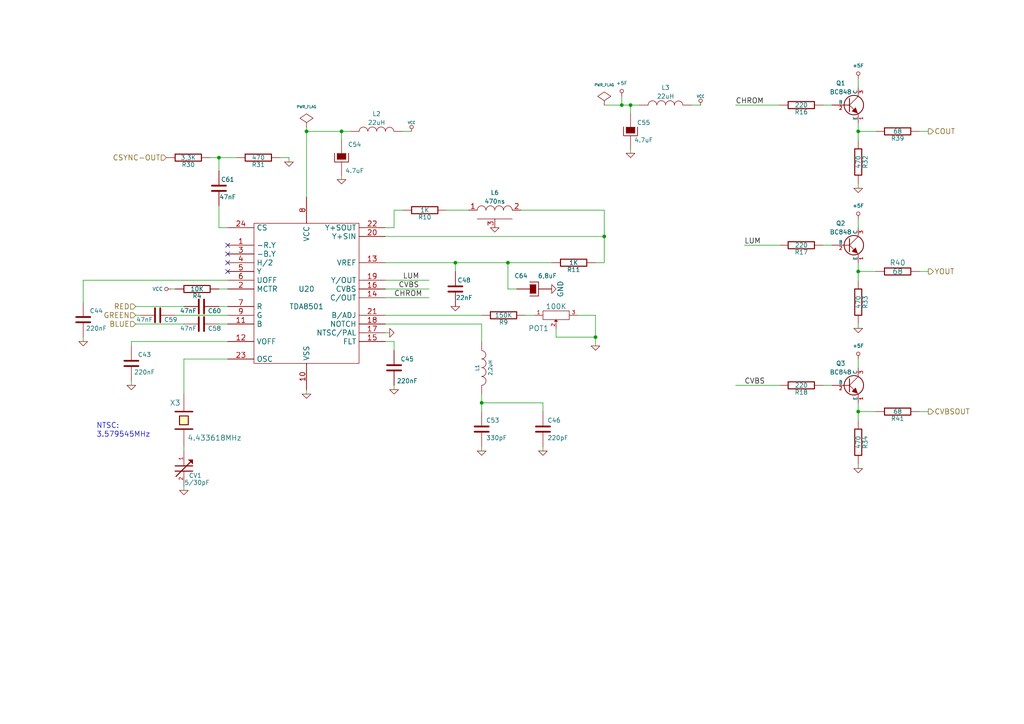
<source format=kicad_sch>
(kicad_sch (version 20221004) (generator eeschema)
  (paper "A4")
  (title_block (title "Video") (date "Sun 22 Mar 2015") (rev "2.0B") (company "Kicad EDA"))
  (lib_symbols
    (symbol "video_schlib:+5F" (power) (pin_names (offset 0))
      (property "Value" "+5F" (at 0 2.54 0))
      (symbol "+5F_0_0"
        (pin power_in line (at 0 0 90) (length 0) hide (name "+5F") (number "1"))
      )
      (symbol "+5F_0_1"
        (polyline (pts (xy 0 0) (xy 0 1.016) (xy 0 1.016)))
        (circle (center 0 1.524) (radius 0.508))
      )
    )
    (symbol "video_schlib:C" (pin_numbers hide) (pin_names (offset 0.254))
      (property "Reference" "C" (at 0 2.54 0))
      (property "Value" "C" (at 0.1524 -2.159 0))
      (symbol "C_0_1"
        (polyline (pts (xy -2.032 -0.762) (xy 2.032 -0.762)) (stroke (width 0.508)))
        (polyline (pts (xy -2.032 0.762) (xy 2.032 0.762)) (stroke (width 0.508)))
      )
      (symbol "C_1_1"
        (pin passive line (at 0 5.08 270) (length 4.318) (name "~") (number "1"))
        (pin passive line (at 0 -5.08 90) (length 4.318) (name "~") (number "2"))
      )
    )
    (symbol "video_schlib:CP" (pin_numbers hide) (pin_names (offset 0.254) hide)
      (property "Reference" "C" (at 1.27 2.54 0))
      (property "Value" "CP" (at 1.27 -2.54 0))
      (symbol "CP_0_1"
        (polyline (pts (xy -2.032 1.27) (xy -2.032 -1.27) (xy 2.032 -1.27) (xy 2.032 1.27)) (stroke (width 0.2032)))
        (polyline (pts (xy -1.27 1.27) (xy -1.27 -0.508) (xy 1.27 -0.508) (xy 1.27 1.27)) (fill (type outline)))
      )
      (symbol "CP_1_1"
        (pin passive line (at 0 5.08 270) (length 3.81) (name "~") (number "1"))
        (pin passive line (at 0 -5.08 90) (length 3.81) (name "~") (number "2"))
      )
    )
    (symbol "video_schlib:CRYSTAL" (pin_numbers hide) (pin_names (offset 1.016) hide)
      (property "Reference" "X" (at 0 3.81 0))
      (property "Value" "CRYSTAL" (at 0 -3.81 0))
      (symbol "CRYSTAL_0_1"
        (polyline (pts (xy -2.54 2.54) (xy -2.54 -2.54)) (stroke (width 0.4064)))
        (polyline (pts (xy 2.54 2.54) (xy 2.54 -2.54)) (stroke (width 0.4064)))
        (polyline (pts (xy -1.27 1.27) (xy 1.27 1.27) (xy 1.27 -1.27) (xy -1.27 -1.27) (xy -1.27 1.27)) (stroke (width 0.3048)) (fill (type background)))
      )
      (symbol "CRYSTAL_1_1"
        (pin passive line (at -7.62 0 0) (length 5.08) (name "1") (number "1"))
        (pin passive line (at 7.62 0 180) (length 5.08) (name "2") (number "2"))
      )
    )
    (symbol "video_schlib:CTRIM" (pin_names (offset 0.254))
      (property "Reference" "C" (at 3.302 -2.032 0))
      (property "Value" "CTRIM" (at 3.81 -4.064 0))
      (symbol "CTRIM_0_1"
        (polyline (pts (xy -2.54 -0.762) (xy 2.54 -0.762)) (stroke (width 0.3048)))
        (polyline (pts (xy -2.54 0.762) (xy 2.54 0.762)) (stroke (width 0.3048)))
        (polyline (pts (xy -2.286 -2.286) (xy 1.905 1.905)) (stroke (width 0.3048)))
        (polyline (pts (xy 1.27 2.54) (xy 2.54 2.54) (xy 2.54 1.27)) (fill (type outline)))
      )
      (symbol "CTRIM_1_1"
        (pin passive line (at 0 5.08 270) (length 4.318) (name "~") (number "1"))
        (pin passive line (at 0 -5.08 90) (length 4.318) (name "~") (number "2"))
      )
    )
    (symbol "video_schlib:GND" (power) (pin_names (offset 0))
      (symbol "GND_0_1"
        (polyline (pts (xy -1.27 0) (xy 0 -1.27) (xy 1.27 0) (xy -1.27 0)))
      )
      (symbol "GND_1_1"
        (pin power_in line (at 0 0 90) (length 0) hide (name "GND") (number "1"))
      )
    )
    (symbol "video_schlib:INDUCTOR" (pin_numbers hide) (pin_names (offset 1.016) hide)
      (property "Reference" "L" (at -1.27 0 90))
      (property "Value" "INDUCTOR" (at 2.54 0 90))
      (symbol "INDUCTOR_0_1"
        (arc (start 0.0254 -5.0546) (mid 1.245 -3.7973) (end 0.0254 -2.54))
        (arc (start 0.0254 -2.5146) (mid 1.2704 -1.2319) (end 0.0254 0.0508))
        (arc (start 0.0254 0.0254) (mid 1.2704 1.3081) (end 0.0254 2.5908))
        (arc (start 0.0254 2.5654) (mid 1.1942 3.7719) (end 0.0254 4.9784))
      )
      (symbol "INDUCTOR_1_1"
        (pin passive line (at 0 7.62 270) (length 2.54) (name "1") (number "1"))
        (pin passive line (at 0 -7.62 90) (length 2.54) (name "2") (number "2"))
      )
    )
    (symbol "video_schlib:LIGNE_A_RETARD" (pin_names (offset 1.016) hide)
      (property "Reference" "L" (at 0 2.54 0))
      (property "Value" "LIGNE_A_RETARD" (at 0 -2.54 0))
      (symbol "LIGNE_A_RETARD_0_1"
        (arc (start 0 -5.0546) (mid 0.8839 -4.6863) (end 1.27 -3.81))
        (arc (start 0 -2.5146) (mid 0.8839 -2.1463) (end 1.27 -1.27))
        (polyline (pts (xy -2.54 5.08) (xy -2.54 -5.08)))
        (arc (start 0 0.0254) (mid 0.8839 0.3937) (end 1.27 1.27))
        (arc (start 0 2.5654) (mid 0.8839 2.9337) (end 1.27 3.81))
        (arc (start 1.27 -3.81) (mid 0.898 -2.912) (end 0 -2.54))
        (arc (start 1.27 -1.27) (mid 0.898 -0.372) (end 0 0))
        (arc (start 1.27 1.27) (mid 0.898 2.168) (end 0 2.54))
        (arc (start 1.27 3.81) (mid 0.898 4.708) (end 0 5.08))
      )
      (symbol "LIGNE_A_RETARD_1_1"
        (pin passive line (at 0 7.62 270) (length 2.54) (name "1") (number "1"))
        (pin passive line (at 0 -7.62 90) (length 2.54) (name "2") (number "2"))
        (pin input line (at -5.08 0 0) (length 2.54) (name "COMMUN") (number "3"))
      )
    )
    (symbol "video_schlib:NPN" (pin_names (offset 0))
      (property "Reference" "Q" (at 0 -3.81 0))
      (property "Value" "NPN" (at 0 3.81 0))
      (symbol "NPN_0_1"
        (polyline (pts (xy 0 0) (xy 2.54 2.54)))
        (polyline (pts (xy 0 1.905) (xy 0 -1.905) (xy 0 -1.905)) (stroke (width 0.254)))
        (polyline (pts (xy 1.27 -1.27) (xy 0 0) (xy 0 0)))
        (polyline (pts (xy 2.286 -2.286) (xy 2.54 -2.54) (xy 2.54 -2.54)))
        (polyline (pts (xy 2.286 -2.286) (xy 1.778 -0.762) (xy 0.762 -1.778) (xy 2.286 -2.286) (xy 2.286 -2.286)) (fill (type outline)))
        (circle (center 1.27 0) (radius 2.8194) (stroke (width 0.254)))
      )
      (symbol "NPN_1_1"
        (pin passive line (at 2.54 -5.08 90) (length 2.54) (name "E") (number "1"))
        (pin input line (at -5.08 0 0) (length 5.08) (name "B") (number "2"))
        (pin passive line (at 2.54 5.08 270) (length 2.54) (name "C") (number "3"))
      )
    )
    (symbol "video_schlib:POT" (pin_names (offset 1.016) hide)
      (property "Reference" "RV" (at 0 -2.54 0))
      (property "Value" "POT" (at 0 0 0))
      (symbol "POT_0_1"
        (rectangle (start -3.81 1.27) (end 3.81 -1.27))
        (polyline (pts (xy 0 1.27) (xy -0.508 1.778) (xy 0.508 1.778)) (fill (type outline)))
      )
      (symbol "POT_1_1"
        (pin passive line (at -6.35 0 0) (length 2.54) (name "1") (number "1"))
        (pin passive line (at 0 3.81 270) (length 2.032) (name "2") (number "2"))
        (pin passive line (at 6.35 0 180) (length 2.54) (name "3") (number "3"))
      )
    )
    (symbol "video_schlib:PWR_FLAG" (power) (pin_numbers hide) (pin_names (offset 0) hide)
      (property "Value" "PWR_FLAG" (at 0 4.572 0))
      (symbol "PWR_FLAG_0_0"
        (pin power_out line (at 0 0 90) (length 0) (name "pwr") (number "1"))
      )
      (symbol "PWR_FLAG_0_1"
        (polyline (pts (xy 0 0) (xy 0 1.27) (xy -1.905 2.54) (xy 0 3.81) (xy 1.905 2.54) (xy 0 1.27)))
      )
    )
    (symbol "video_schlib:R" (pin_numbers hide) (pin_names (offset 0))
      (property "Reference" "R" (at 2.032 0 90))
      (property "Value" "R" (at 0.1778 0.0254 90))
      (symbol "R_0_1"
        (rectangle (start -1.016 3.81) (end 1.016 -3.81) (stroke (width 0.3048)))
      )
      (symbol "R_1_1"
        (pin passive line (at 0 6.35 270) (length 2.54) (name "~") (number "1"))
        (pin passive line (at 0 -6.35 90) (length 2.54) (name "~") (number "2"))
      )
    )
    (symbol "video_schlib:TDA8501" (pin_names (offset 0.762))
      (property "Reference" "U" (at 8.89 24.13 0))
      (property "Value" "TDA8501" (at 8.89 -21.59 0))
      (symbol "TDA8501_0_1"
        (rectangle (start -15.24 21.59) (end 15.24 -19.05))
      )
      (symbol "TDA8501_1_1"
        (pin input line (at -22.86 15.24 0) (length 7.62) (name "-R.Y") (number "1"))
        (pin input line (at 0 -26.67 90) (length 7.62) (name "VSS") (number "10"))
        (pin input line (at -22.86 -7.62 0) (length 7.62) (name "B") (number "11"))
        (pin output line (at -22.86 -12.7 0) (length 7.62) (name "VOFF") (number "12"))
        (pin output line (at 22.86 10.16 180) (length 7.62) (name "VREF") (number "13"))
        (pin output line (at 22.86 0 180) (length 7.62) (name "C/OUT") (number "14"))
        (pin passive line (at 22.86 -12.7 180) (length 7.62) (name "FLT") (number "15"))
        (pin output line (at 22.86 2.54 180) (length 7.62) (name "CVBS") (number "16"))
        (pin input line (at 22.86 -10.16 180) (length 7.62) (name "NTSC/PAL") (number "17"))
        (pin input line (at 22.86 -7.62 180) (length 7.62) (name "NOTCH") (number "18"))
        (pin output line (at 22.86 5.08 180) (length 7.62) (name "Y/OUT") (number "19"))
        (pin input line (at -22.86 2.54 0) (length 7.62) (name "MCTR") (number "2"))
        (pin input line (at 22.86 17.78 180) (length 7.62) (name "Y+SIN") (number "20"))
        (pin passive line (at 22.86 -5.08 180) (length 7.62) (name "B/ADJ") (number "21"))
        (pin output line (at 22.86 20.32 180) (length 7.62) (name "Y+SOUT") (number "22"))
        (pin output line (at -22.86 -17.78 0) (length 7.62) (name "OSC") (number "23"))
        (pin input line (at -22.86 20.32 0) (length 7.62) (name "CS") (number "24"))
        (pin input line (at -22.86 12.7 0) (length 7.62) (name "-B.Y") (number "3"))
        (pin bidirectional line (at -22.86 10.16 0) (length 7.62) (name "H/2") (number "4"))
        (pin input line (at -22.86 7.62 0) (length 7.62) (name "Y") (number "5"))
        (pin output line (at -22.86 5.08 0) (length 7.62) (name "UOFF") (number "6"))
        (pin input line (at -22.86 -2.54 0) (length 7.62) (name "R") (number "7"))
        (pin input line (at 0 29.21 270) (length 7.62) (name "VCC") (number "8"))
        (pin input line (at -22.86 -5.08 0) (length 7.62) (name "G") (number "9"))
      )
    )
    (symbol "video_schlib:VCC" (power) (pin_names (offset 0))
      (property "Value" "VCC" (at 0 2.54 0))
      (symbol "VCC_0_0"
        (pin power_in line (at 0 0 90) (length 0) hide (name "VCC") (number "1"))
      )
      (symbol "VCC_0_1"
        (polyline (pts (xy 0 0) (xy 0 0.762) (xy 0 0.762)))
        (circle (center 0 1.27) (radius 0.508))
      )
    )
  )
  (junction (at 99.06 38.1) (diameter 0.9144))
  (junction (at 182.88 30.48) (diameter 0.9144))
  (junction (at 175.26 68.58) (diameter 0.9144))
  (junction (at 180.34 30.48) (diameter 0.9144))
  (junction (at 147.32 76.2) (diameter 0.9144))
  (junction (at 248.92 38.1) (diameter 0.9144))
  (junction (at 63.5 45.72) (diameter 0.9144))
  (junction (at 132.08 76.2) (diameter 0.9144))
  (junction (at 172.72 97.79) (diameter 0.9144))
  (junction (at 139.7 116.84) (diameter 0.9144))
  (junction (at 88.9 38.1) (diameter 0.9144))
  (junction (at 248.92 119.38) (diameter 0.9144))
  (junction (at 248.92 78.74) (diameter 0.9144))
  (no_connect (at 66.04 76.2))
  (no_connect (at 66.04 73.66))
  (no_connect (at 66.04 78.74))
  (no_connect (at 66.04 71.12))
  (wire (pts (xy 147.32 83.82) (xy 149.86 83.82)))
  (wire (pts (xy 66.04 81.28) (xy 24.13 81.28)))
  (wire (pts (xy 248.92 116.84) (xy 248.92 119.38)))
  (wire (pts (xy 139.7 93.98) (xy 139.7 99.06)))
  (wire (pts (xy 99.06 38.1) (xy 101.6 38.1)))
  (wire (pts (xy 111.76 83.82) (xy 124.46 83.82)))
  (wire (pts (xy 175.26 68.58) (xy 175.26 76.2)))
  (wire (pts (xy 38.1 99.06) (xy 66.04 99.06)))
  (wire (pts (xy 114.3 99.06) (xy 114.3 101.6)))
  (wire (pts (xy 248.92 76.2) (xy 248.92 78.74)))
  (wire (pts (xy 88.9 114.3) (xy 88.9 113.03)))
  (wire (pts (xy 38.1 111.76) (xy 38.1 110.49)))
  (wire (pts (xy 157.48 119.38) (xy 157.48 116.84)))
  (wire (pts (xy 132.08 76.2) (xy 132.08 78.74)))
  (wire (pts (xy 66.04 104.14) (xy 53.34 104.14)))
  (wire (pts (xy 180.34 30.48) (xy 182.88 30.48)))
  (wire (pts (xy 248.92 104.14) (xy 248.92 106.68)))
  (wire (pts (xy 53.34 130.81) (xy 53.34 129.54)))
  (wire (pts (xy 182.88 44.45) (xy 182.88 43.18)))
  (wire (pts (xy 266.7 119.38) (xy 269.24 119.38)))
  (wire (pts (xy 215.9 71.12) (xy 226.06 71.12)))
  (wire (pts (xy 116.84 60.96) (xy 114.3 60.96)))
  (wire (pts (xy 83.82 45.72) (xy 81.28 45.72)))
  (wire (pts (xy 111.76 86.36) (xy 124.46 86.36)))
  (wire (pts (xy 175.26 60.96) (xy 175.26 68.58)))
  (wire (pts (xy 147.32 76.2) (xy 147.32 83.82)))
  (wire (pts (xy 172.72 97.79) (xy 172.72 91.44)))
  (wire (pts (xy 248.92 22.86) (xy 248.92 25.4)))
  (wire (pts (xy 88.9 36.83) (xy 88.9 38.1)))
  (wire (pts (xy 139.7 114.3) (xy 139.7 116.84)))
  (wire (pts (xy 111.76 76.2) (xy 132.08 76.2)))
  (wire (pts (xy 157.48 116.84) (xy 139.7 116.84)))
  (wire (pts (xy 40.64 91.44) (xy 39.37 91.44)))
  (wire (pts (xy 99.06 38.1) (xy 99.06 40.64)))
  (wire (pts (xy 248.92 119.38) (xy 248.92 121.92)))
  (wire (pts (xy 88.9 38.1) (xy 88.9 57.15)))
  (wire (pts (xy 248.92 63.5) (xy 248.92 66.04)))
  (wire (pts (xy 88.9 38.1) (xy 99.06 38.1)))
  (wire (pts (xy 99.06 52.07) (xy 99.06 50.8)))
  (wire (pts (xy 66.04 88.9) (xy 63.5 88.9)))
  (wire (pts (xy 24.13 99.06) (xy 24.13 97.79)))
  (wire (pts (xy 161.29 97.79) (xy 172.72 97.79)))
  (wire (pts (xy 63.5 45.72) (xy 68.58 45.72)))
  (wire (pts (xy 266.7 78.74) (xy 269.24 78.74)))
  (wire (pts (xy 114.3 113.03) (xy 114.3 111.76)))
  (wire (pts (xy 114.3 60.96) (xy 114.3 66.04)))
  (wire (pts (xy 161.29 95.25) (xy 161.29 97.79)))
  (wire (pts (xy 114.3 66.04) (xy 111.76 66.04)))
  (wire (pts (xy 111.76 81.28) (xy 124.46 81.28)))
  (wire (pts (xy 49.53 83.82) (xy 50.8 83.82)))
  (wire (pts (xy 213.36 111.76) (xy 226.06 111.76)))
  (wire (pts (xy 182.88 30.48) (xy 182.88 33.02)))
  (wire (pts (xy 152.4 91.44) (xy 154.94 91.44)))
  (wire (pts (xy 248.92 38.1) (xy 254 38.1)))
  (wire (pts (xy 63.5 66.04) (xy 66.04 66.04)))
  (wire (pts (xy 172.72 91.44) (xy 167.64 91.44)))
  (wire (pts (xy 116.84 38.1) (xy 119.38 38.1)))
  (wire (pts (xy 111.76 93.98) (xy 139.7 93.98)))
  (wire (pts (xy 139.7 130.81) (xy 139.7 129.54)))
  (wire (pts (xy 113.03 96.52) (xy 111.76 96.52)))
  (wire (pts (xy 53.34 93.98) (xy 39.37 93.98)))
  (wire (pts (xy 132.08 76.2) (xy 147.32 76.2)))
  (wire (pts (xy 248.92 38.1) (xy 248.92 40.64)))
  (wire (pts (xy 248.92 35.56) (xy 248.92 38.1)))
  (wire (pts (xy 248.92 78.74) (xy 248.92 81.28)))
  (wire (pts (xy 175.26 76.2) (xy 172.72 76.2)))
  (wire (pts (xy 238.76 71.12) (xy 241.3 71.12)))
  (wire (pts (xy 269.24 38.1) (xy 266.7 38.1)))
  (wire (pts (xy 53.34 88.9) (xy 39.37 88.9)))
  (wire (pts (xy 63.5 45.72) (xy 63.5 49.53)))
  (wire (pts (xy 66.04 93.98) (xy 63.5 93.98)))
  (wire (pts (xy 111.76 99.06) (xy 114.3 99.06)))
  (wire (pts (xy 66.04 91.44) (xy 50.8 91.44)))
  (wire (pts (xy 248.92 95.25) (xy 248.92 93.98)))
  (wire (pts (xy 238.76 111.76) (xy 241.3 111.76)))
  (wire (pts (xy 248.92 135.89) (xy 248.92 134.62)))
  (wire (pts (xy 83.82 46.99) (xy 83.82 45.72)))
  (wire (pts (xy 151.13 60.96) (xy 175.26 60.96)))
  (wire (pts (xy 200.66 30.48) (xy 203.2 30.48)))
  (wire (pts (xy 63.5 59.69) (xy 63.5 66.04)))
  (wire (pts (xy 24.13 81.28) (xy 24.13 87.63)))
  (wire (pts (xy 248.92 54.61) (xy 248.92 53.34)))
  (wire (pts (xy 248.92 78.74) (xy 254 78.74)))
  (wire (pts (xy 213.36 30.48) (xy 226.06 30.48)))
  (wire (pts (xy 111.76 91.44) (xy 139.7 91.44)))
  (wire (pts (xy 147.32 76.2) (xy 160.02 76.2)))
  (wire (pts (xy 111.76 68.58) (xy 175.26 68.58)))
  (wire (pts (xy 172.72 100.33) (xy 172.72 97.79)))
  (wire (pts (xy 38.1 100.33) (xy 38.1 99.06)))
  (wire (pts (xy 248.92 119.38) (xy 254 119.38)))
  (wire (pts (xy 180.34 30.48) (xy 180.34 27.94)))
  (wire (pts (xy 238.76 30.48) (xy 241.3 30.48)))
  (wire (pts (xy 63.5 83.82) (xy 66.04 83.82)))
  (wire (pts (xy 60.96 45.72) (xy 63.5 45.72)))
  (wire (pts (xy 182.88 30.48) (xy 185.42 30.48)))
  (wire (pts (xy 139.7 116.84) (xy 139.7 119.38)))
  (wire (pts (xy 53.34 104.14) (xy 53.34 114.3)))
  (wire (pts (xy 129.54 60.96) (xy 135.89 60.96)))
  (wire (pts (xy 175.26 30.48) (xy 180.34 30.48)))
  (wire (pts (xy 53.34 142.24) (xy 53.34 140.97)))
  (wire (pts (xy 157.48 129.54) (xy 157.48 130.81)))
  (text "3.579545MHz" (at 27.94 127 0) (effects (font (size 1.524 1.524)) (justify left bottom)))
  (text "NTSC:" (at 27.94 124.46 0) (effects (font (size 1.524 1.524)) (justify left bottom)))
  (label "CHROM" (at 114.3 86.36 0) (effects (font (size 1.524 1.524))))
  (label "LUM" (at 116.84 81.28 0) (effects (font (size 1.524 1.524))))
  (label "CVBS" (at 115.57 83.82 0) (effects (font (size 1.524 1.524))))
  (label "CVBS" (at 215.9 111.76 0) (effects (font (size 1.524 1.524))))
  (label "LUM" (at 215.9 71.12 0) (effects (font (size 1.524 1.524))))
  (label "CHROM" (at 213.36 30.48 0) (effects (font (size 1.524 1.524))))
  (hierarchical_label "BLUE" (shape input) (at 39.37 93.98 180) (effects (font (size 1.524 1.524))))
  (hierarchical_label "COUT" (shape output) (at 269.24 38.1 0) (effects (font (size 1.524 1.524))))
  (hierarchical_label "CVBSOUT" (shape output) (at 269.24 119.38 0) (effects (font (size 1.524 1.524))))
  (hierarchical_label "CSYNC-OUT" (shape input) (at 48.26 45.72 180) (effects (font (size 1.524 1.524))))
  (hierarchical_label "YOUT" (shape output) (at 269.24 78.74 0) (effects (font (size 1.524 1.524))))
  (hierarchical_label "RED" (shape input) (at 39.37 88.9 180) (effects (font (size 1.524 1.524))))
  (hierarchical_label "GREEN" (shape input) (at 39.37 91.44 180) (effects (font (size 1.524 1.524))))
  (symbol (lib_id "video_schlib:TDA8501") (at 88.9 86.36 0) (unit 1)
    (property "Reference" "U20" (at 88.9 83.82 0) (effects (font (size 1.524 1.524))))
    (property "Value" "TDA8501" (at 88.9 88.9 0) (effects (font (size 1.524 1.524))))
    (property "Footprint" "Package_SO:SOIC-24W_7.5x15.4mm_P1.27mm" (effects hide))
  )
  (symbol (lib_id "video_schlib:C") (at 58.42 93.98 270) (unit 1)
    (property "Reference" "C58" (at 62.23 95.25 90))
    (property "Value" "47nF" (at 54.61 95.25 90))
    (property "Footprint" "Resistor_SMD:R_1206_3216Metric_Pad1.24x1.80mm_HandSolder" (effects hide))
  )
  (symbol (lib_id "video_schlib:C") (at 45.72 91.44 270) (unit 1)
    (property "Reference" "C59" (at 49.53 92.71 90))
    (property "Value" "47nF" (at 41.91 92.71 90))
    (property "Footprint" "Resistor_SMD:R_1206_3216Metric_Pad1.24x1.80mm_HandSolder" (effects hide))
  )
  (symbol (lib_id "video_schlib:C") (at 58.42 88.9 270) (unit 1)
    (property "Reference" "C60" (at 62.23 90.17 90))
    (property "Value" "47nF" (at 54.61 90.17 90))
    (property "Footprint" "Resistor_SMD:R_1206_3216Metric_Pad1.24x1.80mm_HandSolder" (effects hide))
  )
  (symbol (lib_id "video_schlib:GND") (at 88.9 114.3 0) (unit 1)
    (property "Reference" "#GND012" (effects hide))
    (property "Value" "GND" (effects hide))
  )
  (symbol (lib_id "video_schlib:INDUCTOR") (at 109.22 38.1 270) (mirror x) (unit 1)
    (property "Reference" "L2" (at 109.22 33.02 90))
    (property "Value" "22uH" (at 109.22 35.56 90))
    (property "Footprint" "Resistor_SMD:R_1812_4532Metric_Pad1.24x3.50mm_HandSolder" (effects hide))
  )
  (symbol (lib_id "video_schlib:CP") (at 99.06 45.72 0) (unit 1)
    (property "Reference" "C54" (at 102.87 41.91 0))
    (property "Value" "4.7uF" (at 102.87 49.53 0))
    (property "Footprint" "Resistor_SMD:R_1206_3216Metric_Pad1.24x1.80mm_HandSolder" (effects hide))
  )
  (symbol (lib_id "video_schlib:GND") (at 99.06 52.07 0) (unit 1)
    (property "Reference" "#GND013" (effects hide))
    (property "Value" "GND" (effects hide))
  )
  (symbol (lib_id "video_schlib:R") (at 123.19 60.96 270) (unit 1)
    (property "Reference" "R10" (at 123.19 62.992 90))
    (property "Value" "1K" (at 123.19 60.96 90))
    (property "Footprint" "Resistor_SMD:R_1206_3216Metric_Pad1.24x1.80mm_HandSolder" (effects hide))
  )
  (symbol (lib_id "video_schlib:C") (at 63.5 54.61 0) (unit 1)
    (property "Reference" "C61" (at 66.04 52.07 0))
    (property "Value" "47nF" (at 66.04 57.15 0))
    (property "Footprint" "Resistor_SMD:R_1206_3216Metric_Pad1.24x1.80mm_HandSolder" (effects hide))
  )
  (symbol (lib_id "video_schlib:C") (at 38.1 105.41 0) (unit 1)
    (property "Reference" "C43" (at 41.91 102.87 0))
    (property "Value" "220nF" (at 41.91 107.95 0))
    (property "Footprint" "Resistor_SMD:R_1206_3216Metric_Pad1.24x1.80mm_HandSolder" (effects hide))
  )
  (symbol (lib_id "video_schlib:GND") (at 38.1 111.76 0) (unit 1)
    (property "Reference" "#GND014" (effects hide))
    (property "Value" "GND" (effects hide))
  )
  (symbol (lib_id "video_schlib:C") (at 24.13 92.71 0) (unit 1)
    (property "Reference" "C44" (at 27.94 90.17 0))
    (property "Value" "220nF" (at 27.94 95.25 0))
    (property "Footprint" "Resistor_SMD:R_1206_3216Metric_Pad1.24x1.80mm_HandSolder" (effects hide))
  )
  (symbol (lib_id "video_schlib:GND") (at 24.13 99.06 0) (unit 1)
    (property "Reference" "#GND015" (effects hide))
    (property "Value" "GND" (effects hide))
  )
  (symbol (lib_id "video_schlib:CRYSTAL") (at 53.34 121.92 90) (unit 1)
    (property "Reference" "X3" (at 50.8 116.84 90) (effects (font (size 1.524 1.524))))
    (property "Value" "4.433618MHz" (at 62.23 127 90) (effects (font (size 1.524 1.524))))
    (property "Footprint" "Crystal:Crystal_HC18-U_Horizontal" (effects hide))
  )
  (symbol (lib_id "video_schlib:CTRIM") (at 53.34 135.89 0) (unit 1)
    (property "Reference" "CV1" (at 56.642 137.922 0))
    (property "Value" "5/30pF" (at 57.15 139.954 0))
    (property "Footprint" "Discret:CV3-30PF" (effects hide))
  )
  (symbol (lib_id "video_schlib:GND") (at 53.34 142.24 0) (unit 1)
    (property "Reference" "#GND016" (effects hide))
    (property "Value" "GND" (effects hide))
  )
  (symbol (lib_id "video_schlib:R") (at 166.37 76.2 270) (unit 1)
    (property "Reference" "R11" (at 166.37 78.232 90))
    (property "Value" "1K" (at 166.37 76.2 90))
    (property "Footprint" "Resistor_SMD:R_1206_3216Metric_Pad1.24x1.80mm_HandSolder" (effects hide))
  )
  (symbol (lib_id "video_schlib:CP") (at 154.94 83.82 90) (unit 1)
    (property "Reference" "C64" (at 151.13 80.01 90))
    (property "Value" "6,8uF" (at 158.75 80.01 90))
    (property "Footprint" "Resistor_SMD:R_1210_3225Metric_Pad1.24x2.70mm_HandSolder" (effects hide))
  )
  (symbol (lib_id "video_schlib:GND") (at 160.02 83.82 90) (unit 1)
    (property "Reference" "#GND017" (effects hide))
    (property "Value" "GND" (at 162.56 83.82 0) (effects (font (size 1.524 1.524))))
  )
  (symbol (lib_id "video_schlib:C") (at 132.08 83.82 180) (unit 1)
    (property "Reference" "C48" (at 134.62 81.28 0))
    (property "Value" "22nF" (at 134.62 86.36 0))
    (property "Footprint" "Resistor_SMD:R_1206_3216Metric_Pad1.24x1.80mm_HandSolder" (effects hide))
  )
  (symbol (lib_id "video_schlib:GND") (at 132.08 88.9 0) (unit 1)
    (property "Reference" "#GND018" (effects hide))
    (property "Value" "GND" (effects hide))
  )
  (symbol (lib_id "video_schlib:C") (at 114.3 106.68 0) (unit 1)
    (property "Reference" "C45" (at 118.11 104.14 0))
    (property "Value" "220nF" (at 118.11 110.49 0))
    (property "Footprint" "Resistor_SMD:R_1206_3216Metric_Pad1.24x1.80mm_HandSolder" (effects hide))
  )
  (symbol (lib_id "video_schlib:GND") (at 114.3 113.03 0) (unit 1)
    (property "Reference" "#GND019" (effects hide))
    (property "Value" "GND" (effects hide))
  )
  (symbol (lib_id "video_schlib:R") (at 74.93 45.72 270) (unit 1)
    (property "Reference" "R31" (at 74.93 47.752 90))
    (property "Value" "470" (at 74.93 45.72 90))
    (property "Footprint" "Resistor_SMD:R_1206_3216Metric_Pad1.24x1.80mm_HandSolder" (effects hide))
  )
  (symbol (lib_id "video_schlib:R") (at 54.61 45.72 270) (unit 1)
    (property "Reference" "R30" (at 54.61 47.752 90))
    (property "Value" "3,3K" (at 54.61 45.72 90))
    (property "Footprint" "Resistor_SMD:R_1206_3216Metric_Pad1.24x1.80mm_HandSolder" (effects hide))
  )
  (symbol (lib_id "video_schlib:GND") (at 83.82 46.99 0) (unit 1)
    (property "Reference" "#GND020" (effects hide))
    (property "Value" "GND" (effects hide))
  )
  (symbol (lib_id "video_schlib:INDUCTOR") (at 139.7 106.68 0) (unit 1)
    (property "Reference" "L1" (at 138.43 106.68 90) (effects (font (size 1.016 1.016))))
    (property "Value" "2,2uH" (at 142.24 106.68 90) (effects (font (size 1.016 1.016))))
    (property "Footprint" "Resistor_SMD:R_1812_4532Metric_Pad1.24x3.50mm_HandSolder" (effects hide))
  )
  (symbol (lib_id "video_schlib:C") (at 139.7 124.46 0) (unit 1)
    (property "Reference" "C53" (at 140.97 121.92 0) (effects (justify left)))
    (property "Value" "330pF" (at 140.97 127 0) (effects (justify left)))
    (property "Footprint" "Resistor_SMD:R_1206_3216Metric_Pad1.24x1.80mm_HandSolder" (effects hide))
  )
  (symbol (lib_id "video_schlib:C") (at 157.48 124.46 0) (unit 1)
    (property "Reference" "C46" (at 158.75 121.92 0) (effects (justify left)))
    (property "Value" "220pF" (at 158.75 127 0) (effects (justify left)))
    (property "Footprint" "Resistor_SMD:R_1206_3216Metric_Pad1.24x1.80mm_HandSolder" (effects hide))
  )
  (symbol (lib_id "video_schlib:GND") (at 139.7 130.81 0) (unit 1)
    (property "Reference" "#GND021" (effects hide))
    (property "Value" "GND" (effects hide))
  )
  (symbol (lib_id "video_schlib:GND") (at 157.48 130.81 0) (unit 1)
    (property "Reference" "#GND022" (effects hide))
    (property "Value" "GND" (effects hide))
  )
  (symbol (lib_id "video_schlib:NPN") (at 246.38 30.48 0) (unit 1)
    (property "Reference" "Q1" (at 243.84 24.13 0))
    (property "Value" "BC848" (at 243.84 26.67 0))
    (property "Footprint" "lib_smd:SOT23EBC" (effects hide))
  )
  (symbol (lib_id "video_schlib:R") (at 232.41 30.48 270) (unit 1)
    (property "Reference" "R16" (at 232.41 32.512 90))
    (property "Value" "220" (at 232.41 30.48 90))
    (property "Footprint" "Resistor_SMD:R_1206_3216Metric_Pad1.24x1.80mm_HandSolder" (effects hide))
  )
  (symbol (lib_id "video_schlib:R") (at 248.92 46.99 0) (unit 1)
    (property "Reference" "R32" (at 250.952 46.99 90))
    (property "Value" "470" (at 248.92 46.99 90))
    (property "Footprint" "Resistor_SMD:R_1206_3216Metric_Pad1.24x1.80mm_HandSolder" (effects hide))
  )
  (symbol (lib_id "video_schlib:R") (at 260.35 38.1 270) (unit 1)
    (property "Reference" "R39" (at 260.35 40.132 90))
    (property "Value" "68" (at 260.35 38.1 90))
    (property "Footprint" "Resistor_SMD:R_1206_3216Metric_Pad1.24x1.80mm_HandSolder" (effects hide))
  )
  (symbol (lib_id "video_schlib:GND") (at 248.92 54.61 0) (unit 1)
    (property "Reference" "#GND023" (effects hide))
    (property "Value" "GND" (effects hide))
  )
  (symbol (lib_id "video_schlib:INDUCTOR") (at 193.04 30.48 270) (mirror x) (unit 1)
    (property "Reference" "L3" (at 193.04 25.4 90))
    (property "Value" "22uH" (at 193.04 27.94 90))
    (property "Footprint" "Resistor_SMD:R_1812_4532Metric_Pad1.24x3.50mm_HandSolder" (effects hide))
  )
  (symbol (lib_id "video_schlib:CP") (at 182.88 38.1 0) (unit 1)
    (property "Reference" "C55" (at 186.69 35.56 0))
    (property "Value" "4.7uF" (at 186.69 40.64 0))
    (property "Footprint" "Resistor_SMD:R_1210_3225Metric_Pad1.24x2.70mm_HandSolder" (effects hide))
  )
  (symbol (lib_id "video_schlib:GND") (at 182.88 44.45 0) (unit 1)
    (property "Reference" "#GND024" (effects hide))
    (property "Value" "GND" (effects hide))
  )
  (symbol (lib_id "video_schlib:NPN") (at 246.38 71.12 0) (unit 1)
    (property "Reference" "Q2" (at 243.84 64.77 0))
    (property "Value" "BC848" (at 243.84 67.31 0))
    (property "Footprint" "lib_smd:SOT23EBC" (effects hide))
  )
  (symbol (lib_id "video_schlib:GND") (at 248.92 95.25 0) (unit 1)
    (property "Reference" "#GND025" (effects hide))
    (property "Value" "GND" (effects hide))
  )
  (symbol (lib_id "video_schlib:R") (at 248.92 87.63 0) (unit 1)
    (property "Reference" "R33" (at 250.952 87.63 90))
    (property "Value" "470" (at 248.92 87.63 90))
    (property "Footprint" "Resistor_SMD:R_1206_3216Metric_Pad1.24x1.80mm_HandSolder" (effects hide))
  )
  (symbol (lib_id "video_schlib:R") (at 260.35 78.74 90) (unit 1)
    (property "Reference" "R40" (at 260.35 76.2 90) (effects (font (size 1.524 1.524))))
    (property "Value" "68" (at 260.35 78.74 90) (effects (font (size 1.524 1.524))))
    (property "Footprint" "Resistor_SMD:R_1206_3216Metric_Pad1.24x1.80mm_HandSolder" (effects hide))
  )
  (symbol (lib_id "video_schlib:R") (at 232.41 71.12 270) (unit 1)
    (property "Reference" "R17" (at 232.41 73.152 90))
    (property "Value" "220" (at 232.41 71.12 90))
    (property "Footprint" "Resistor_SMD:R_1206_3216Metric_Pad1.24x1.80mm_HandSolder" (effects hide))
  )
  (symbol (lib_id "video_schlib:NPN") (at 246.38 111.76 0) (unit 1)
    (property "Reference" "Q3" (at 243.84 105.41 0))
    (property "Value" "BC848" (at 243.84 107.95 0))
    (property "Footprint" "lib_smd:SOT23EBC" (effects hide))
  )
  (symbol (lib_id "video_schlib:GND") (at 248.92 135.89 0) (unit 1)
    (property "Reference" "#GND026" (effects hide))
    (property "Value" "GND" (effects hide))
  )
  (symbol (lib_id "video_schlib:R") (at 248.92 128.27 0) (unit 1)
    (property "Reference" "R34" (at 250.952 128.27 90))
    (property "Value" "470" (at 248.92 128.27 90))
    (property "Footprint" "Resistor_SMD:R_1206_3216Metric_Pad1.24x1.80mm_HandSolder" (effects hide))
  )
  (symbol (lib_id "video_schlib:R") (at 260.35 119.38 270) (unit 1)
    (property "Reference" "R41" (at 260.35 121.412 90))
    (property "Value" "68" (at 260.35 119.38 90))
    (property "Footprint" "Resistor_SMD:R_1206_3216Metric_Pad1.24x1.80mm_HandSolder" (effects hide))
  )
  (symbol (lib_id "video_schlib:R") (at 232.41 111.76 270) (unit 1)
    (property "Reference" "R18" (at 232.41 113.792 90))
    (property "Value" "220" (at 232.41 111.76 90))
    (property "Footprint" "Resistor_SMD:R_1206_3216Metric_Pad1.24x1.80mm_HandSolder" (effects hide))
  )
  (symbol (lib_id "video_schlib:R") (at 146.05 91.44 270) (unit 1)
    (property "Reference" "R9" (at 146.05 93.472 90))
    (property "Value" "150K" (at 146.05 91.44 90))
    (property "Footprint" "Resistor_SMD:R_1206_3216Metric_Pad1.24x1.80mm_HandSolder" (effects hide))
  )
  (symbol (lib_id "video_schlib:POT") (at 161.29 91.44 0) (mirror x) (unit 1)
    (property "Reference" "POT1" (at 156.21 95.25 0) (effects (font (size 1.524 1.524))))
    (property "Value" "100K" (at 161.29 88.9 0) (effects (font (size 1.524 1.524))))
    (property "Footprint" "lib_smd:POT_CMS" (effects hide))
  )
  (symbol (lib_id "video_schlib:GND") (at 172.72 100.33 0) (unit 1)
    (property "Reference" "#GND027" (effects hide))
    (property "Value" "GND" (effects hide))
  )
  (symbol (lib_id "video_schlib:R") (at 57.15 83.82 270) (unit 1)
    (property "Reference" "R4" (at 57.15 85.852 90))
    (property "Value" "10K" (at 57.15 83.82 90))
    (property "Footprint" "Resistor_SMD:R_1206_3216Metric_Pad1.24x1.80mm_HandSolder" (effects hide))
  )
  (symbol (lib_id "video_schlib:VCC") (at 49.53 83.82 90) (unit 1)
    (property "Reference" "#PWR011" (effects hide))
    (property "Value" "VCC" (at 45.72 83.82 90) (effects (font (size 1.016 1.016))))
  )
  (symbol (lib_id "video_schlib:GND") (at 113.03 96.52 90) (unit 1)
    (property "Reference" "#PWR010" (effects hide))
    (property "Value" "GND" (effects hide))
  )
  (symbol (lib_id "video_schlib:LIGNE_A_RETARD") (at 143.51 60.96 90) (unit 1)
    (property "Reference" "L6" (at 143.51 55.88 90))
    (property "Value" "470ns" (at 143.51 58.42 90))
    (property "Footprint" "footprints:LRTDK" (effects hide))
  )
  (symbol (lib_id "video_schlib:GND") (at 143.51 66.04 0) (unit 1)
    (property "Reference" "#PWR09" (effects hide))
    (property "Value" "GND" (effects hide))
  )
  (symbol (lib_id "video_schlib:PWR_FLAG") (at 175.26 30.48 0) (unit 1)
    (property "Reference" "#FLG08" (effects hide))
    (property "Value" "PWR_FLAG" (at 175.26 24.638 0) (effects (font (size 0.762 0.762))))
  )
  (symbol (lib_id "video_schlib:PWR_FLAG") (at 88.9 36.83 0) (unit 1)
    (property "Reference" "#FLG07" (effects hide))
    (property "Value" "PWR_FLAG" (at 88.9 30.988 0) (effects (font (size 0.762 0.762))))
  )
  (symbol (lib_id "video_schlib:VCC") (at 203.2 30.48 0) (unit 1)
    (property "Reference" "#VCC033" (effects hide))
    (property "Value" "VCC" (at 203.2 27.94 0) (effects (font (size 0.762 0.762))))
  )
  (symbol (lib_id "video_schlib:+5F") (at 248.92 104.14 0) (unit 1)
    (property "Reference" "#+032" (effects hide))
    (property "Value" "+5F" (at 248.92 100.33 0) (effects (font (size 1.016 1.016))))
  )
  (symbol (lib_id "video_schlib:+5F") (at 248.92 63.5 0) (unit 1)
    (property "Reference" "#+031" (effects hide))
    (property "Value" "+5F" (at 248.92 59.69 0) (effects (font (size 1.016 1.016))))
  )
  (symbol (lib_id "video_schlib:+5F") (at 180.34 27.94 0) (unit 1)
    (property "Reference" "#+030" (effects hide))
    (property "Value" "+5F" (at 180.34 24.13 0) (effects (font (size 1.016 1.016))))
  )
  (symbol (lib_id "video_schlib:+5F") (at 248.92 22.86 0) (unit 1)
    (property "Reference" "#+029" (effects hide))
    (property "Value" "+5F" (at 248.92 19.05 0) (effects (font (size 1.016 1.016))))
  )
  (symbol (lib_id "video_schlib:VCC") (at 119.38 38.1 0) (unit 1)
    (property "Reference" "#VCC028" (effects hide))
    (property "Value" "VCC" (at 119.38 35.56 0) (effects (font (size 0.762 0.762))))
  )
)
</source>
